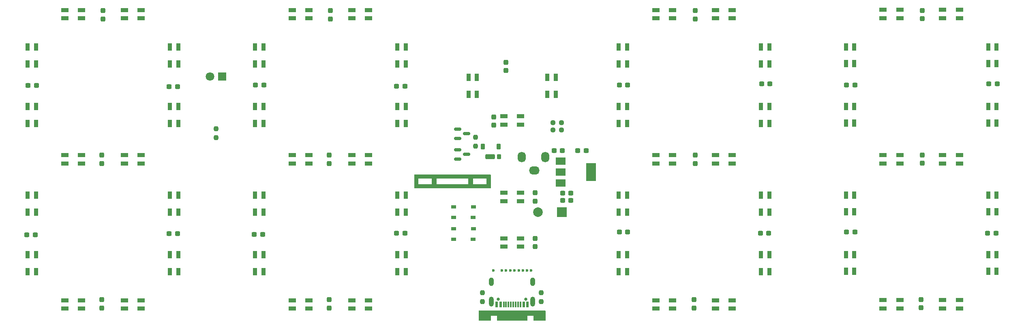
<source format=gbr>
%TF.GenerationSoftware,KiCad,Pcbnew,7.0.1*%
%TF.CreationDate,2023-07-22T19:51:59+09:00*%
%TF.ProjectId,gaming-clock,67616d69-6e67-42d6-936c-6f636b2e6b69,rev?*%
%TF.SameCoordinates,Original*%
%TF.FileFunction,Soldermask,Top*%
%TF.FilePolarity,Negative*%
%FSLAX46Y46*%
G04 Gerber Fmt 4.6, Leading zero omitted, Abs format (unit mm)*
G04 Created by KiCad (PCBNEW 7.0.1) date 2023-07-22 19:51:59*
%MOMM*%
%LPD*%
G01*
G04 APERTURE LIST*
G04 Aperture macros list*
%AMRoundRect*
0 Rectangle with rounded corners*
0 $1 Rounding radius*
0 $2 $3 $4 $5 $6 $7 $8 $9 X,Y pos of 4 corners*
0 Add a 4 corners polygon primitive as box body*
4,1,4,$2,$3,$4,$5,$6,$7,$8,$9,$2,$3,0*
0 Add four circle primitives for the rounded corners*
1,1,$1+$1,$2,$3*
1,1,$1+$1,$4,$5*
1,1,$1+$1,$6,$7*
1,1,$1+$1,$8,$9*
0 Add four rect primitives between the rounded corners*
20,1,$1+$1,$2,$3,$4,$5,0*
20,1,$1+$1,$4,$5,$6,$7,0*
20,1,$1+$1,$6,$7,$8,$9,0*
20,1,$1+$1,$8,$9,$2,$3,0*%
G04 Aperture macros list end*
%ADD10C,0.600000*%
%ADD11C,0.100000*%
%ADD12RoundRect,0.237500X-0.237500X0.250000X-0.237500X-0.250000X0.237500X-0.250000X0.237500X0.250000X0*%
%ADD13O,1.000000X1.800000*%
%ADD14O,1.000000X2.100000*%
%ADD15R,0.600000X1.240000*%
%ADD16R,0.300000X1.240000*%
%ADD17C,0.650000*%
%ADD18RoundRect,0.237500X0.300000X0.237500X-0.300000X0.237500X-0.300000X-0.237500X0.300000X-0.237500X0*%
%ADD19RoundRect,0.237500X0.237500X-0.300000X0.237500X0.300000X-0.237500X0.300000X-0.237500X-0.300000X0*%
%ADD20RoundRect,0.150000X-0.587500X-0.150000X0.587500X-0.150000X0.587500X0.150000X-0.587500X0.150000X0*%
%ADD21R,0.850000X1.600000*%
%ADD22RoundRect,0.237500X-0.237500X0.300000X-0.237500X-0.300000X0.237500X-0.300000X0.237500X0.300000X0*%
%ADD23R,1.600000X0.850000*%
%ADD24RoundRect,0.237500X-0.300000X-0.237500X0.300000X-0.237500X0.300000X0.237500X-0.300000X0.237500X0*%
%ADD25RoundRect,0.250000X0.750000X0.300000X-0.750000X0.300000X-0.750000X-0.300000X0.750000X-0.300000X0*%
%ADD26RoundRect,0.200000X0.200000X0.350000X-0.200000X0.350000X-0.200000X-0.350000X0.200000X-0.350000X0*%
%ADD27RoundRect,0.237500X0.237500X-0.250000X0.237500X0.250000X-0.237500X0.250000X-0.237500X-0.250000X0*%
%ADD28R,2.000000X1.500000*%
%ADD29R,2.000000X3.800000*%
%ADD30R,1.050000X0.650000*%
%ADD31RoundRect,0.237500X0.250000X0.237500X-0.250000X0.237500X-0.250000X-0.237500X0.250000X-0.237500X0*%
%ADD32RoundRect,0.225000X-0.225000X-0.375000X0.225000X-0.375000X0.225000X0.375000X-0.225000X0.375000X0*%
%ADD33R,1.800000X1.800000*%
%ADD34C,1.800000*%
%ADD35R,2.000000X2.000000*%
%ADD36C,2.000000*%
%ADD37O,2.200000X1.700000*%
%ADD38O,1.700000X2.200000*%
G04 APERTURE END LIST*
D10*
%TO.C,REF\u002A\u002A*%
X166878000Y-116967000D03*
D11*
X167767000Y-116967000D03*
D10*
X168656000Y-116967000D03*
X169545000Y-116967000D03*
X170434000Y-116967000D03*
X171323000Y-116967000D03*
X172212000Y-116967000D03*
X173101000Y-116967000D03*
X173944000Y-116967000D03*
X174752000Y-116967000D03*
%TD*%
D12*
%TO.C,R2*%
X164592000Y-121642500D03*
X164592000Y-123467500D03*
%TD*%
%TO.C,R1*%
X176911000Y-121642500D03*
X176911000Y-123467500D03*
%TD*%
D13*
%TO.C,J1*%
X166495000Y-119321000D03*
D14*
X166495000Y-123521000D03*
X175135000Y-123521000D03*
D13*
X175135000Y-119321000D03*
D15*
X174015000Y-124121000D03*
X173215000Y-124121000D03*
D16*
X172565000Y-124121000D03*
X171565000Y-124121000D03*
X170065000Y-124121000D03*
X169065000Y-124121000D03*
D15*
X168415000Y-124121000D03*
X167615000Y-124121000D03*
X167615000Y-124121000D03*
X168415000Y-124121000D03*
D16*
X169565000Y-124121000D03*
X170565000Y-124121000D03*
X171065000Y-124121000D03*
X172065000Y-124121000D03*
D15*
X173215000Y-124121000D03*
X174015000Y-124121000D03*
D17*
X167925000Y-123001000D03*
X173705000Y-123001000D03*
%TD*%
D18*
%TO.C,C501*%
X71220500Y-109500500D03*
X69495500Y-109500500D03*
%TD*%
%TO.C,C302*%
X224396500Y-109220000D03*
X222671500Y-109220000D03*
%TD*%
D19*
%TO.C,C204*%
X256512000Y-64348500D03*
X256512000Y-62623500D03*
%TD*%
D20*
%TO.C,Q2*%
X159463500Y-87442000D03*
X159463500Y-89342000D03*
X161338500Y-88392000D03*
%TD*%
D21*
%TO.C,D401*%
X117108000Y-73759000D03*
X118858000Y-73759000D03*
X118858000Y-70259000D03*
X117108000Y-70259000D03*
%TD*%
%TO.C,D311*%
X193068000Y-117193000D03*
X194818000Y-117193000D03*
X194818000Y-113693000D03*
X193068000Y-113693000D03*
%TD*%
D18*
%TO.C,C507*%
X100938500Y-78512500D03*
X99213500Y-78512500D03*
%TD*%
D21*
%TO.C,D414*%
X146826000Y-117193000D03*
X148576000Y-117193000D03*
X148576000Y-113693000D03*
X146826000Y-113693000D03*
%TD*%
%TO.C,D214*%
X242274000Y-70245000D03*
X240524000Y-70245000D03*
X240524000Y-73745000D03*
X242274000Y-73745000D03*
%TD*%
%TO.C,D301*%
X224536000Y-113693000D03*
X222786000Y-113693000D03*
X222786000Y-117193000D03*
X224536000Y-117193000D03*
%TD*%
D18*
%TO.C,C202*%
X271852500Y-109206000D03*
X270127500Y-109206000D03*
%TD*%
D22*
%TO.C,C504*%
X85090000Y-123116000D03*
X85090000Y-124841000D03*
%TD*%
%TO.C,C505*%
X85344000Y-62664000D03*
X85344000Y-64389000D03*
%TD*%
D23*
%TO.C,D407*%
X124869000Y-123204000D03*
X124869000Y-124954000D03*
X128369000Y-124954000D03*
X128369000Y-123204000D03*
%TD*%
D21*
%TO.C,D501*%
X69610000Y-73785500D03*
X71360000Y-73785500D03*
X71360000Y-70285500D03*
X69610000Y-70285500D03*
%TD*%
%TO.C,D303*%
X222786000Y-86205000D03*
X224536000Y-86205000D03*
X224536000Y-82705000D03*
X222786000Y-82705000D03*
%TD*%
D23*
%TO.C,D409*%
X140815000Y-94601000D03*
X140815000Y-92851000D03*
X137315000Y-92851000D03*
X137315000Y-94601000D03*
%TD*%
D24*
%TO.C,C3*%
X184557500Y-91948000D03*
X186282500Y-91948000D03*
%TD*%
D25*
%TO.C,D6*%
X166228000Y-93218000D03*
D26*
X168128000Y-93218000D03*
%TD*%
D21*
%TO.C,D211*%
X240524000Y-117179000D03*
X242274000Y-117179000D03*
X242274000Y-113679000D03*
X240524000Y-113679000D03*
%TD*%
D27*
%TO.C,R4*%
X163195000Y-90955500D03*
X163195000Y-89130500D03*
%TD*%
D23*
%TO.C,D4*%
X169065000Y-100725000D03*
X169065000Y-102475000D03*
X172565000Y-102475000D03*
X172565000Y-100725000D03*
%TD*%
D21*
%TO.C,D302*%
X224536000Y-101247000D03*
X222786000Y-101247000D03*
X222786000Y-104747000D03*
X224536000Y-104747000D03*
%TD*%
D23*
%TO.C,D408*%
X137315000Y-62498000D03*
X137315000Y-64248000D03*
X140815000Y-64248000D03*
X140815000Y-62498000D03*
%TD*%
D28*
%TO.C,U2*%
X181000000Y-94093000D03*
X181000000Y-96393000D03*
X181000000Y-98693000D03*
D29*
X187300000Y-96393000D03*
%TD*%
D21*
%TO.C,D511*%
X101078000Y-70285500D03*
X99328000Y-70285500D03*
X99328000Y-73785500D03*
X101078000Y-73785500D03*
%TD*%
D18*
%TO.C,C306*%
X194932500Y-78232000D03*
X193207500Y-78232000D03*
%TD*%
D19*
%TO.C,C8*%
X167005000Y-86587500D03*
X167005000Y-84862500D03*
%TD*%
D20*
%TO.C,Q3*%
X159463500Y-91760000D03*
X159463500Y-93660000D03*
X161338500Y-92710000D03*
%TD*%
D24*
%TO.C,C1*%
X181382500Y-102362000D03*
X183107500Y-102362000D03*
%TD*%
D23*
%TO.C,D208*%
X251785000Y-124940000D03*
X251785000Y-123190000D03*
X248285000Y-123190000D03*
X248285000Y-124940000D03*
%TD*%
D30*
%TO.C,SW1*%
X158580000Y-108272000D03*
X162730000Y-108272000D03*
X158580000Y-110422000D03*
X162705000Y-110422000D03*
%TD*%
D23*
%TO.C,D206*%
X260731000Y-92837000D03*
X260731000Y-94587000D03*
X264231000Y-94587000D03*
X264231000Y-92837000D03*
%TD*%
D24*
%TO.C,C406*%
X146711500Y-109220000D03*
X148436500Y-109220000D03*
%TD*%
D21*
%TO.C,D512*%
X101078000Y-82731500D03*
X99328000Y-82731500D03*
X99328000Y-86231500D03*
X101078000Y-86231500D03*
%TD*%
%TO.C,D201*%
X271992000Y-113679000D03*
X270242000Y-113679000D03*
X270242000Y-117179000D03*
X271992000Y-117179000D03*
%TD*%
D24*
%TO.C,C502*%
X69749500Y-78258500D03*
X71474500Y-78258500D03*
%TD*%
D23*
%TO.C,D506*%
X80871000Y-94627500D03*
X80871000Y-92877500D03*
X77371000Y-92877500D03*
X77371000Y-94627500D03*
%TD*%
D31*
%TO.C,R5*%
X181149000Y-87630000D03*
X179324000Y-87630000D03*
%TD*%
D22*
%TO.C,C404*%
X132588000Y-123089500D03*
X132588000Y-124814500D03*
%TD*%
D23*
%TO.C,D308*%
X204329000Y-124954000D03*
X204329000Y-123204000D03*
X200829000Y-123204000D03*
X200829000Y-124954000D03*
%TD*%
D24*
%TO.C,C2*%
X181382500Y-100838000D03*
X183107500Y-100838000D03*
%TD*%
D23*
%TO.C,D307*%
X216775000Y-64248000D03*
X216775000Y-62498000D03*
X213275000Y-62498000D03*
X213275000Y-64248000D03*
%TD*%
%TO.C,D205*%
X264231000Y-124940000D03*
X264231000Y-123190000D03*
X260731000Y-123190000D03*
X260731000Y-124940000D03*
%TD*%
D21*
%TO.C,D403*%
X118858000Y-101247000D03*
X117108000Y-101247000D03*
X117108000Y-104747000D03*
X118858000Y-104747000D03*
%TD*%
D23*
%TO.C,D305*%
X216775000Y-124954000D03*
X216775000Y-123204000D03*
X213275000Y-123204000D03*
X213275000Y-124954000D03*
%TD*%
D21*
%TO.C,D312*%
X193068000Y-104747000D03*
X194818000Y-104747000D03*
X194818000Y-101247000D03*
X193068000Y-101247000D03*
%TD*%
%TO.C,D213*%
X242274000Y-82691000D03*
X240524000Y-82691000D03*
X240524000Y-86191000D03*
X242274000Y-86191000D03*
%TD*%
D19*
%TO.C,C305*%
X208802000Y-124814500D03*
X208802000Y-123089500D03*
%TD*%
D21*
%TO.C,D411*%
X148576000Y-70259000D03*
X146826000Y-70259000D03*
X146826000Y-73759000D03*
X148576000Y-73759000D03*
%TD*%
D23*
%TO.C,D507*%
X77371000Y-123230500D03*
X77371000Y-124980500D03*
X80871000Y-124980500D03*
X80871000Y-123230500D03*
%TD*%
D24*
%TO.C,C301*%
X222925500Y-77978000D03*
X224650500Y-77978000D03*
%TD*%
D21*
%TO.C,D314*%
X194818000Y-70259000D03*
X193068000Y-70259000D03*
X193068000Y-73759000D03*
X194818000Y-73759000D03*
%TD*%
D23*
%TO.C,D510*%
X89817000Y-123230500D03*
X89817000Y-124980500D03*
X93317000Y-124980500D03*
X93317000Y-123230500D03*
%TD*%
%TO.C,D209*%
X248285000Y-92837000D03*
X248285000Y-94587000D03*
X251785000Y-94587000D03*
X251785000Y-92837000D03*
%TD*%
D21*
%TO.C,D1*%
X161713000Y-80123000D03*
X163463000Y-80123000D03*
X163463000Y-76623000D03*
X161713000Y-76623000D03*
%TD*%
D22*
%TO.C,C405*%
X132842000Y-62637500D03*
X132842000Y-64362500D03*
%TD*%
D23*
%TO.C,D210*%
X251785000Y-64234000D03*
X251785000Y-62484000D03*
X248285000Y-62484000D03*
X248285000Y-64234000D03*
%TD*%
%TO.C,D3*%
X172565000Y-86473000D03*
X172565000Y-84723000D03*
X169065000Y-84723000D03*
X169065000Y-86473000D03*
%TD*%
D19*
%TO.C,C7*%
X169545000Y-75157500D03*
X169545000Y-73432500D03*
%TD*%
D30*
%TO.C,SW2*%
X158580000Y-103700000D03*
X162730000Y-103700000D03*
X158580000Y-105850000D03*
X162705000Y-105850000D03*
%TD*%
D19*
%TO.C,C205*%
X256258000Y-124800500D03*
X256258000Y-123075500D03*
%TD*%
D22*
%TO.C,C9*%
X175641000Y-100737500D03*
X175641000Y-102462500D03*
%TD*%
D21*
%TO.C,D203*%
X270242000Y-86191000D03*
X271992000Y-86191000D03*
X271992000Y-82691000D03*
X270242000Y-82691000D03*
%TD*%
D18*
%TO.C,C407*%
X148436500Y-78486000D03*
X146711500Y-78486000D03*
%TD*%
D24*
%TO.C,C201*%
X270381500Y-77964000D03*
X272106500Y-77964000D03*
%TD*%
D22*
%TO.C,C203*%
X256512000Y-92849500D03*
X256512000Y-94574500D03*
%TD*%
D24*
%TO.C,C506*%
X99213500Y-109246500D03*
X100938500Y-109246500D03*
%TD*%
D21*
%TO.C,D502*%
X69610000Y-86231500D03*
X71360000Y-86231500D03*
X71360000Y-82731500D03*
X69610000Y-82731500D03*
%TD*%
D23*
%TO.C,D309*%
X200829000Y-92851000D03*
X200829000Y-94601000D03*
X204329000Y-94601000D03*
X204329000Y-92851000D03*
%TD*%
D21*
%TO.C,D413*%
X146826000Y-104747000D03*
X148576000Y-104747000D03*
X148576000Y-101247000D03*
X146826000Y-101247000D03*
%TD*%
D23*
%TO.C,D5*%
X169065000Y-110250000D03*
X169065000Y-112000000D03*
X172565000Y-112000000D03*
X172565000Y-110250000D03*
%TD*%
D21*
%TO.C,D204*%
X270242000Y-73745000D03*
X271992000Y-73745000D03*
X271992000Y-70245000D03*
X270242000Y-70245000D03*
%TD*%
D22*
%TO.C,C303*%
X209056000Y-92863500D03*
X209056000Y-94588500D03*
%TD*%
D23*
%TO.C,D306*%
X213275000Y-92851000D03*
X213275000Y-94601000D03*
X216775000Y-94601000D03*
X216775000Y-92851000D03*
%TD*%
%TO.C,D410*%
X137315000Y-123204000D03*
X137315000Y-124954000D03*
X140815000Y-124954000D03*
X140815000Y-123204000D03*
%TD*%
%TO.C,D207*%
X264231000Y-64234000D03*
X264231000Y-62484000D03*
X260731000Y-62484000D03*
X260731000Y-64234000D03*
%TD*%
D21*
%TO.C,D503*%
X71360000Y-101273500D03*
X69610000Y-101273500D03*
X69610000Y-104773500D03*
X71360000Y-104773500D03*
%TD*%
D23*
%TO.C,D505*%
X77371000Y-62524500D03*
X77371000Y-64274500D03*
X80871000Y-64274500D03*
X80871000Y-62524500D03*
%TD*%
D18*
%TO.C,C206*%
X242388500Y-78218000D03*
X240663500Y-78218000D03*
%TD*%
D23*
%TO.C,D508*%
X89817000Y-62524500D03*
X89817000Y-64274500D03*
X93317000Y-64274500D03*
X93317000Y-62524500D03*
%TD*%
D24*
%TO.C,C307*%
X193207500Y-108966000D03*
X194932500Y-108966000D03*
%TD*%
D23*
%TO.C,D406*%
X128369000Y-94601000D03*
X128369000Y-92851000D03*
X124869000Y-92851000D03*
X124869000Y-94601000D03*
%TD*%
D21*
%TO.C,D304*%
X222786000Y-73759000D03*
X224536000Y-73759000D03*
X224536000Y-70259000D03*
X222786000Y-70259000D03*
%TD*%
D32*
%TO.C,D7*%
X164720000Y-91059000D03*
X168020000Y-91059000D03*
%TD*%
D21*
%TO.C,D313*%
X194818000Y-82705000D03*
X193068000Y-82705000D03*
X193068000Y-86205000D03*
X194818000Y-86205000D03*
%TD*%
D18*
%TO.C,C4*%
X181329500Y-91948000D03*
X179604500Y-91948000D03*
%TD*%
D23*
%TO.C,D310*%
X204329000Y-64248000D03*
X204329000Y-62498000D03*
X200829000Y-62498000D03*
X200829000Y-64248000D03*
%TD*%
D21*
%TO.C,D404*%
X118858000Y-113693000D03*
X117108000Y-113693000D03*
X117108000Y-117193000D03*
X118858000Y-117193000D03*
%TD*%
%TO.C,D412*%
X148576000Y-82705000D03*
X146826000Y-82705000D03*
X146826000Y-86205000D03*
X148576000Y-86205000D03*
%TD*%
%TO.C,D513*%
X99328000Y-104773500D03*
X101078000Y-104773500D03*
X101078000Y-101273500D03*
X99328000Y-101273500D03*
%TD*%
D19*
%TO.C,C403*%
X132588000Y-94588500D03*
X132588000Y-92863500D03*
%TD*%
D23*
%TO.C,D509*%
X93317000Y-94627500D03*
X93317000Y-92877500D03*
X89817000Y-92877500D03*
X89817000Y-94627500D03*
%TD*%
D21*
%TO.C,D514*%
X99328000Y-117219500D03*
X101078000Y-117219500D03*
X101078000Y-113719500D03*
X99328000Y-113719500D03*
%TD*%
D19*
%TO.C,C304*%
X209056000Y-64362500D03*
X209056000Y-62637500D03*
%TD*%
D21*
%TO.C,D402*%
X117108000Y-86205000D03*
X118858000Y-86205000D03*
X118858000Y-82705000D03*
X117108000Y-82705000D03*
%TD*%
D24*
%TO.C,C402*%
X117247500Y-78232000D03*
X118972500Y-78232000D03*
%TD*%
D21*
%TO.C,D202*%
X271992000Y-101233000D03*
X270242000Y-101233000D03*
X270242000Y-104733000D03*
X271992000Y-104733000D03*
%TD*%
D18*
%TO.C,C401*%
X118718500Y-109474000D03*
X116993500Y-109474000D03*
%TD*%
D33*
%TO.C,Q1*%
X110236000Y-76454000D03*
D34*
X107696000Y-76454000D03*
%TD*%
D21*
%TO.C,D2*%
X178195000Y-80109000D03*
X179945000Y-80109000D03*
X179945000Y-76609000D03*
X178195000Y-76609000D03*
%TD*%
D22*
%TO.C,C10*%
X175641000Y-110262500D03*
X175641000Y-111987500D03*
%TD*%
D23*
%TO.C,D405*%
X124869000Y-62498000D03*
X124869000Y-64248000D03*
X128369000Y-64248000D03*
X128369000Y-62498000D03*
%TD*%
D31*
%TO.C,R6*%
X181149000Y-86106000D03*
X179324000Y-86106000D03*
%TD*%
D21*
%TO.C,D212*%
X240524000Y-104733000D03*
X242274000Y-104733000D03*
X242274000Y-101233000D03*
X240524000Y-101233000D03*
%TD*%
D24*
%TO.C,C207*%
X240663500Y-108952000D03*
X242388500Y-108952000D03*
%TD*%
D21*
%TO.C,D504*%
X71360000Y-113719500D03*
X69610000Y-113719500D03*
X69610000Y-117219500D03*
X71360000Y-117219500D03*
%TD*%
D19*
%TO.C,C503*%
X85090000Y-94615000D03*
X85090000Y-92890000D03*
%TD*%
D12*
%TO.C,R3*%
X108966000Y-87352500D03*
X108966000Y-89177500D03*
%TD*%
D35*
%TO.C,LS101*%
X181229000Y-104775000D03*
D36*
X176229000Y-104775000D03*
%TD*%
D37*
%TO.C,J2*%
X175439500Y-96076000D03*
D38*
X172839500Y-93276000D03*
X177739500Y-93276000D03*
%TD*%
G36*
X177738000Y-125365613D02*
G01*
X177783387Y-125411000D01*
X177800000Y-125473000D01*
X177800000Y-127384000D01*
X177783387Y-127446000D01*
X177738000Y-127491387D01*
X177676000Y-127508000D01*
X175384000Y-127508000D01*
X175322000Y-127491387D01*
X175276613Y-127446000D01*
X175260000Y-127384000D01*
X175260000Y-126492000D01*
X173990000Y-126492000D01*
X173990000Y-127384000D01*
X173973387Y-127446000D01*
X173928000Y-127491387D01*
X173866000Y-127508000D01*
X167764000Y-127508000D01*
X167702000Y-127491387D01*
X167656613Y-127446000D01*
X167640000Y-127384000D01*
X167640000Y-126492000D01*
X166370000Y-126492000D01*
X166370000Y-127384000D01*
X166353387Y-127446000D01*
X166308000Y-127491387D01*
X166246000Y-127508000D01*
X163954000Y-127508000D01*
X163892000Y-127491387D01*
X163846613Y-127446000D01*
X163830000Y-127384000D01*
X163830000Y-125473000D01*
X163846613Y-125411000D01*
X163892000Y-125365613D01*
X163954000Y-125349000D01*
X177676000Y-125349000D01*
X177738000Y-125365613D01*
G37*
G36*
X166308000Y-96917613D02*
G01*
X166353387Y-96963000D01*
X166370000Y-97025000D01*
X166370000Y-99698000D01*
X166353387Y-99760000D01*
X166308000Y-99805387D01*
X166246000Y-99822000D01*
X150492000Y-99822000D01*
X150430000Y-99805387D01*
X150384613Y-99760000D01*
X150368000Y-99698000D01*
X150368000Y-97790000D01*
X151257000Y-97790000D01*
X151257000Y-98933000D01*
X154051000Y-98933000D01*
X154051000Y-97790000D01*
X155067000Y-97790000D01*
X155067000Y-98933000D01*
X161671000Y-98933000D01*
X161671000Y-97790000D01*
X162687000Y-97790000D01*
X162687000Y-98933000D01*
X165481000Y-98933000D01*
X165481000Y-97790000D01*
X162687000Y-97790000D01*
X161671000Y-97790000D01*
X155067000Y-97790000D01*
X154051000Y-97790000D01*
X151257000Y-97790000D01*
X150368000Y-97790000D01*
X150368000Y-97025000D01*
X150384613Y-96963000D01*
X150430000Y-96917613D01*
X150492000Y-96901000D01*
X166246000Y-96901000D01*
X166308000Y-96917613D01*
G37*
M02*

</source>
